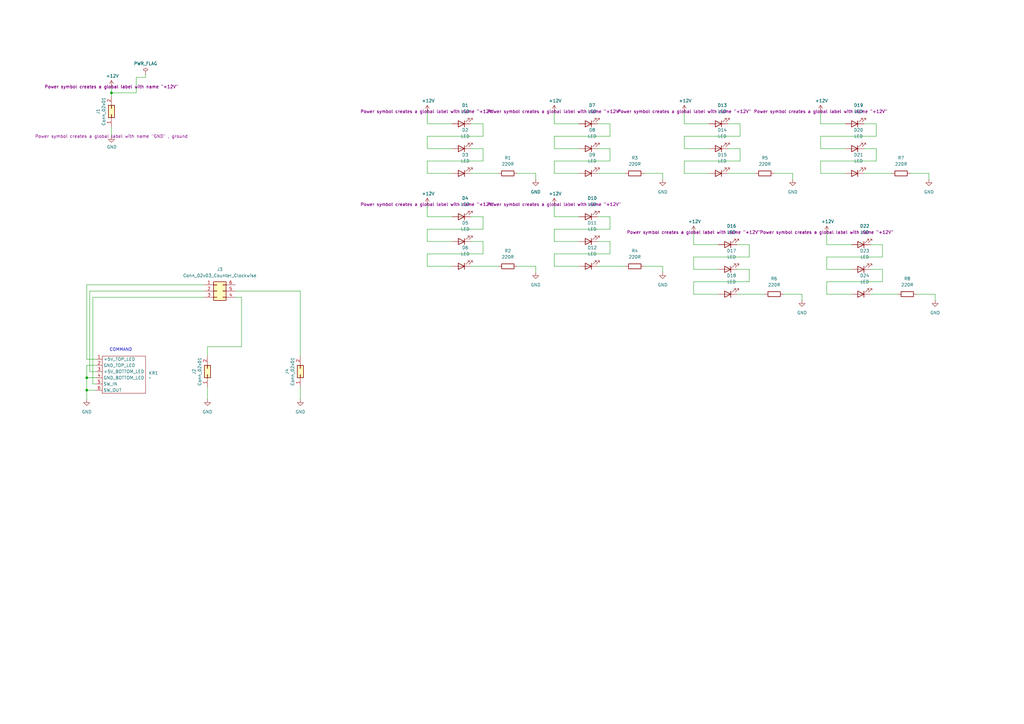
<source format=kicad_sch>
(kicad_sch (version 20250114) (generator "eeschema") (generator_version "9.0")
  (paper "A3")
  (lib_symbols
    (symbol "Connector_Generic:Conn_02x01" (pin_names (offset 1.016) (hide yes))
      (property "Reference" "J" (at 1.27 2.54 0))
      (property "Value" "Conn_02x01" (at 1.27 -2.54 0))
      (symbol "Conn_02x01_1_1"
        (rectangle (start -1.27 1.27) (end 3.81 -1.27) (stroke (width 0.254)) (fill (type background)))
        (rectangle (start -1.27 0.127) (end 0 -0.127) (stroke (width 0.1524)))
        (rectangle (start 3.81 0.127) (end 2.54 -0.127) (stroke (width 0.1524)))
        (pin passive line (at -5.08 0 0) (length 3.81) (name "Pin_1") (number "1"))
        (pin passive line (at 7.62 0 180) (length 3.81) (name "Pin_2") (number "2"))
      )
    )
    (symbol "Connector_Generic:Conn_02x03_Counter_Clockwise" (pin_names (offset 1.016) (hide yes))
      (property "Reference" "J" (at 1.27 5.08 0))
      (property "Value" "Conn_02x03_Counter_Clockwise" (at 1.27 -5.08 0))
      (symbol "Conn_02x03_Counter_Clockwise_1_1"
        (rectangle (start -1.27 3.81) (end 3.81 -3.81) (stroke (width 0.254)) (fill (type background)))
        (rectangle (start -1.27 2.667) (end 0 2.413) (stroke (width 0.1524)))
        (rectangle (start -1.27 0.127) (end 0 -0.127) (stroke (width 0.1524)))
        (rectangle (start -1.27 -2.413) (end 0 -2.667) (stroke (width 0.1524)))
        (rectangle (start 3.81 2.667) (end 2.54 2.413) (stroke (width 0.1524)))
        (rectangle (start 3.81 0.127) (end 2.54 -0.127) (stroke (width 0.1524)))
        (rectangle (start 3.81 -2.413) (end 2.54 -2.667) (stroke (width 0.1524)))
        (pin passive line (at -5.08 2.54 0) (length 3.81) (name "Pin_1") (number "1"))
        (pin passive line (at -5.08 0 0) (length 3.81) (name "Pin_2") (number "2"))
        (pin passive line (at -5.08 -2.54 0) (length 3.81) (name "Pin_3") (number "3"))
        (pin passive line (at 7.62 2.54 180) (length 3.81) (name "Pin_6") (number "6"))
        (pin passive line (at 7.62 0 180) (length 3.81) (name "Pin_5") (number "5"))
        (pin passive line (at 7.62 -2.54 180) (length 3.81) (name "Pin_4") (number "4"))
      )
    )
    (symbol "Device:LED" (pin_numbers (hide yes)) (pin_names (offset 1.016) (hide yes))
      (property "Reference" "D" (at 0 2.54 0))
      (property "Value" "LED" (at 0 -2.54 0))
      (symbol "LED_0_1"
        (polyline (pts (xy -3.048 -0.762) (xy -4.572 -2.286) (xy -3.81 -2.286) (xy -4.572 -2.286) (xy -4.572 -1.524)))
        (polyline (pts (xy -1.778 -0.762) (xy -3.302 -2.286) (xy -2.54 -2.286) (xy -3.302 -2.286) (xy -3.302 -1.524)))
        (polyline (pts (xy -1.27 0) (xy 1.27 0)))
        (polyline (pts (xy -1.27 -1.27) (xy -1.27 1.27)) (stroke (width 0.254)))
        (polyline (pts (xy 1.27 -1.27) (xy 1.27 1.27) (xy -1.27 0) (xy 1.27 -1.27)) (stroke (width 0.254)))
      )
      (symbol "LED_1_1"
        (pin passive line (at -3.81 0 0) (length 2.54) (name "K") (number "1"))
        (pin passive line (at 3.81 0 180) (length 2.54) (name "A") (number "2"))
      )
    )
    (symbol "Device:R" (pin_numbers (hide yes)) (pin_names (offset 0))
      (property "Reference" "R" (at 2.032 0 90))
      (property "Value" "R" (at 0 0 90))
      (symbol "R_0_1"
        (rectangle (start -1.016 -2.54) (end 1.016 2.54) (stroke (width 0.254)))
      )
      (symbol "R_1_1"
        (pin passive line (at 0 3.81 270) (length 1.27) (name "~") (number "1"))
        (pin passive line (at 0 -3.81 90) (length 1.27) (name "~") (number "2"))
      )
    )
    (symbol "KorrySwitch:Korry_Switch"
      (property "Reference" "KR" (at 12.7 -8.89 0))
      (symbol "Korry_Switch_0_1"
        (rectangle (start -7.62 -1.27) (end 10.16 -16.51))
      )
      (symbol "Korry_Switch_1_1"
        (pin input line (at -10.16 -2.54 0) (length 2.54) (name "+5V_TOP_LED") (number "1"))
        (pin input line (at -10.16 -5.08 0) (length 2.54) (name "GND_TOP_LED") (number "2"))
        (pin input line (at -10.16 -7.62 0) (length 2.54) (name "+5V_BOTTOM_LED") (number "3"))
        (pin input line (at -10.16 -10.16 0) (length 2.54) (name "GND_BOTTOM_LED") (number "4"))
        (pin input line (at -10.16 -12.7 0) (length 2.54) (name "SW_IN") (number "5"))
        (pin output line (at -10.16 -15.24 0) (length 2.54) (name "SW_OUT") (number "6"))
      )
    )
    (symbol "power:+12V" (power) (pin_numbers (hide yes)) (pin_names (offset 0) (hide yes))
      (property "Value" "+12V" (at 0 3.556 0))
      (symbol "+12V_0_1"
        (polyline (pts (xy -0.762 1.27) (xy 0 2.54)))
        (polyline (pts (xy 0 2.54) (xy 0.762 1.27)))
        (polyline (pts (xy 0 0) (xy 0 2.54)))
      )
      (symbol "+12V_1_1"
        (pin power_in line (at 0 0 90) (length 0) (name "~") (number "1"))
      )
    )
    (symbol "power:GND" (power) (pin_numbers (hide yes)) (pin_names (offset 0) (hide yes))
      (property "Value" "GND" (at 0 -3.81 0))
      (symbol "GND_0_1"
        (polyline (pts (xy 0 0) (xy 0 -1.27) (xy 1.27 -1.27) (xy 0 -2.54) (xy -1.27 -1.27) (xy 0 -1.27)))
      )
      (symbol "GND_1_1"
        (pin power_in line (at 0 0 270) (length 0) (name "~") (number "1"))
      )
    )
    (symbol "power:PWR_FLAG" (power) (pin_numbers (hide yes)) (pin_names (offset 0) (hide yes))
      (property "Value" "PWR_FLAG" (at 0 3.81 0))
      (symbol "PWR_FLAG_0_0"
        (pin power_out line (at 0 0 90) (length 0) (name "~") (number "1"))
      )
      (symbol "PWR_FLAG_0_1"
        (polyline (pts (xy 0 0) (xy 0 1.27) (xy -1.016 1.905) (xy 0 2.54) (xy 1.016 1.905) (xy 0 1.27)))
      )
    )
  )
  (text "COMMAND" (at 49.53 143.51 0) (effects (font (size 1.27 1.27))))
  (junction (at 45.72 38.1))
  (junction (at 35.56 160.02))
  (junction (at 35.56 154.94))
  (wire (pts (xy 227.33 50.8) (xy 237.49 50.8)))
  (wire (pts (xy 35.56 160.02) (xy 39.37 160.02)))
  (wire (pts (xy 339.09 120.65) (xy 339.09 115.57)))
  (wire (pts (xy 264.16 71.12) (xy 271.78 71.12)))
  (wire (pts (xy 336.55 50.8) (xy 346.71 50.8)))
  (wire (pts (xy 175.26 55.88) (xy 198.12 55.88)))
  (wire (pts (xy 280.67 66.04) (xy 303.53 66.04)))
  (wire (pts (xy 35.56 147.32) (xy 35.56 116.84)))
  (wire (pts (xy 280.67 60.96) (xy 280.67 55.88)))
  (wire (pts (xy 227.33 55.88) (xy 250.19 55.88)))
  (wire (pts (xy 35.56 154.94) (xy 39.37 154.94)))
  (wire (pts (xy 383.54 120.65) (xy 383.54 123.19)))
  (wire (pts (xy 227.33 99.06) (xy 227.33 93.98)))
  (wire (pts (xy 307.34 110.49) (xy 302.26 110.49)))
  (wire (pts (xy 175.26 50.8) (xy 185.42 50.8)))
  (wire (pts (xy 280.67 45.72) (xy 280.67 50.8)))
  (wire (pts (xy 303.53 50.8) (xy 298.45 50.8)))
  (wire (pts (xy 185.42 60.96) (xy 175.26 60.96)))
  (wire (pts (xy 294.64 110.49) (xy 284.48 110.49)))
  (wire (pts (xy 227.33 60.96) (xy 227.33 55.88)))
  (wire (pts (xy 219.71 71.12) (xy 219.71 73.66)))
  (wire (pts (xy 280.67 71.12) (xy 280.67 66.04)))
  (wire (pts (xy 336.55 55.88) (xy 359.41 55.88)))
  (wire (pts (xy 361.95 100.33) (xy 356.87 100.33)))
  (wire (pts (xy 175.26 93.98) (xy 198.12 93.98)))
  (wire (pts (xy 359.41 66.04) (xy 359.41 60.96)))
  (wire (pts (xy 123.19 158.75) (xy 123.19 163.83)))
  (wire (pts (xy 294.64 120.65) (xy 284.48 120.65)))
  (wire (pts (xy 250.19 55.88) (xy 250.19 50.8)))
  (wire (pts (xy 349.25 120.65) (xy 339.09 120.65)))
  (wire (pts (xy 45.72 38.1) (xy 45.72 39.37)))
  (wire (pts (xy 284.48 105.41) (xy 307.34 105.41)))
  (wire (pts (xy 35.56 163.83) (xy 35.56 160.02)))
  (wire (pts (xy 227.33 66.04) (xy 250.19 66.04)))
  (wire (pts (xy 175.26 60.96) (xy 175.26 55.88)))
  (wire (pts (xy 359.41 60.96) (xy 354.33 60.96)))
  (wire (pts (xy 85.09 142.24) (xy 85.09 146.05)))
  (wire (pts (xy 227.33 109.22) (xy 227.33 104.14)))
  (wire (pts (xy 237.49 71.12) (xy 227.33 71.12)))
  (wire (pts (xy 45.72 35.56) (xy 45.72 38.1)))
  (wire (pts (xy 45.72 52.07) (xy 45.72 55.88)))
  (wire (pts (xy 36.83 119.38) (xy 83.82 119.38)))
  (wire (pts (xy 175.26 45.72) (xy 175.26 50.8)))
  (wire (pts (xy 339.09 110.49) (xy 339.09 105.41)))
  (wire (pts (xy 198.12 93.98) (xy 198.12 88.9)))
  (wire (pts (xy 237.49 60.96) (xy 227.33 60.96)))
  (wire (pts (xy 175.26 83.82) (xy 175.26 88.9)))
  (wire (pts (xy 336.55 45.72) (xy 336.55 50.8)))
  (wire (pts (xy 193.04 109.22) (xy 204.47 109.22)))
  (wire (pts (xy 45.72 38.1) (xy 55.88 38.1)))
  (wire (pts (xy 237.49 99.06) (xy 227.33 99.06)))
  (wire (pts (xy 375.92 120.65) (xy 383.54 120.65)))
  (wire (pts (xy 39.37 147.32) (xy 35.56 147.32)))
  (wire (pts (xy 59.69 31.75) (xy 59.69 30.48)))
  (wire (pts (xy 123.19 119.38) (xy 123.19 146.05)))
  (wire (pts (xy 303.53 66.04) (xy 303.53 60.96)))
  (wire (pts (xy 227.33 71.12) (xy 227.33 66.04)))
  (wire (pts (xy 336.55 71.12) (xy 336.55 66.04)))
  (wire (pts (xy 250.19 88.9) (xy 245.11 88.9)))
  (wire (pts (xy 354.33 71.12) (xy 365.76 71.12)))
  (wire (pts (xy 96.52 121.92) (xy 99.06 121.92)))
  (wire (pts (xy 185.42 109.22) (xy 175.26 109.22)))
  (wire (pts (xy 250.19 50.8) (xy 245.11 50.8)))
  (wire (pts (xy 198.12 50.8) (xy 193.04 50.8)))
  (wire (pts (xy 175.26 66.04) (xy 198.12 66.04)))
  (wire (pts (xy 302.26 120.65) (xy 313.69 120.65)))
  (wire (pts (xy 35.56 160.02) (xy 35.56 154.94)))
  (wire (pts (xy 336.55 66.04) (xy 359.41 66.04)))
  (wire (pts (xy 250.19 66.04) (xy 250.19 60.96)))
  (wire (pts (xy 325.12 71.12) (xy 325.12 73.66)))
  (wire (pts (xy 227.33 93.98) (xy 250.19 93.98)))
  (wire (pts (xy 250.19 104.14) (xy 250.19 99.06)))
  (wire (pts (xy 307.34 100.33) (xy 302.26 100.33)))
  (wire (pts (xy 185.42 71.12) (xy 175.26 71.12)))
  (wire (pts (xy 99.06 121.92) (xy 99.06 142.24)))
  (wire (pts (xy 373.38 71.12) (xy 381 71.12)))
  (wire (pts (xy 175.26 99.06) (xy 175.26 93.98)))
  (wire (pts (xy 284.48 120.65) (xy 284.48 115.57)))
  (wire (pts (xy 361.95 115.57) (xy 361.95 110.49)))
  (wire (pts (xy 264.16 109.22) (xy 271.78 109.22)))
  (wire (pts (xy 55.88 31.75) (xy 59.69 31.75)))
  (wire (pts (xy 250.19 93.98) (xy 250.19 88.9)))
  (wire (pts (xy 36.83 152.4) (xy 36.83 119.38)))
  (wire (pts (xy 35.56 149.86) (xy 39.37 149.86)))
  (wire (pts (xy 328.93 120.65) (xy 328.93 123.19)))
  (wire (pts (xy 307.34 115.57) (xy 307.34 110.49)))
  (wire (pts (xy 339.09 95.25) (xy 339.09 100.33)))
  (wire (pts (xy 175.26 88.9) (xy 185.42 88.9)))
  (wire (pts (xy 99.06 142.24) (xy 85.09 142.24)))
  (wire (pts (xy 212.09 71.12) (xy 219.71 71.12)))
  (wire (pts (xy 250.19 99.06) (xy 245.11 99.06)))
  (wire (pts (xy 280.67 50.8) (xy 290.83 50.8)))
  (wire (pts (xy 361.95 110.49) (xy 356.87 110.49)))
  (wire (pts (xy 198.12 104.14) (xy 198.12 99.06)))
  (wire (pts (xy 339.09 105.41) (xy 361.95 105.41)))
  (wire (pts (xy 175.26 71.12) (xy 175.26 66.04)))
  (wire (pts (xy 349.25 110.49) (xy 339.09 110.49)))
  (wire (pts (xy 245.11 109.22) (xy 256.54 109.22)))
  (wire (pts (xy 83.82 121.92) (xy 38.1 121.92)))
  (wire (pts (xy 39.37 152.4) (xy 36.83 152.4)))
  (wire (pts (xy 237.49 109.22) (xy 227.33 109.22)))
  (wire (pts (xy 198.12 99.06) (xy 193.04 99.06)))
  (wire (pts (xy 185.42 99.06) (xy 175.26 99.06)))
  (wire (pts (xy 175.26 109.22) (xy 175.26 104.14)))
  (wire (pts (xy 38.1 121.92) (xy 38.1 157.48)))
  (wire (pts (xy 307.34 105.41) (xy 307.34 100.33)))
  (wire (pts (xy 356.87 120.65) (xy 368.3 120.65)))
  (wire (pts (xy 271.78 109.22) (xy 271.78 111.76)))
  (wire (pts (xy 227.33 88.9) (xy 237.49 88.9)))
  (wire (pts (xy 336.55 60.96) (xy 336.55 55.88)))
  (wire (pts (xy 381 71.12) (xy 381 73.66)))
  (wire (pts (xy 212.09 109.22) (xy 219.71 109.22)))
  (wire (pts (xy 55.88 38.1) (xy 55.88 31.75)))
  (wire (pts (xy 303.53 55.88) (xy 303.53 50.8)))
  (wire (pts (xy 284.48 110.49) (xy 284.48 105.41)))
  (wire (pts (xy 85.09 158.75) (xy 85.09 163.83)))
  (wire (pts (xy 198.12 55.88) (xy 198.12 50.8)))
  (wire (pts (xy 284.48 115.57) (xy 307.34 115.57)))
  (wire (pts (xy 227.33 104.14) (xy 250.19 104.14)))
  (wire (pts (xy 339.09 115.57) (xy 361.95 115.57)))
  (wire (pts (xy 317.5 71.12) (xy 325.12 71.12)))
  (wire (pts (xy 303.53 60.96) (xy 298.45 60.96)))
  (wire (pts (xy 227.33 45.72) (xy 227.33 50.8)))
  (wire (pts (xy 219.71 109.22) (xy 219.71 111.76)))
  (wire (pts (xy 284.48 95.25) (xy 284.48 100.33)))
  (wire (pts (xy 321.31 120.65) (xy 328.93 120.65)))
  (wire (pts (xy 227.33 83.82) (xy 227.33 88.9)))
  (wire (pts (xy 346.71 71.12) (xy 336.55 71.12)))
  (wire (pts (xy 339.09 100.33) (xy 349.25 100.33)))
  (wire (pts (xy 198.12 66.04) (xy 198.12 60.96)))
  (wire (pts (xy 193.04 71.12) (xy 204.47 71.12)))
  (wire (pts (xy 346.71 60.96) (xy 336.55 60.96)))
  (wire (pts (xy 284.48 100.33) (xy 294.64 100.33)))
  (wire (pts (xy 35.56 116.84) (xy 83.82 116.84)))
  (wire (pts (xy 298.45 71.12) (xy 309.88 71.12)))
  (wire (pts (xy 35.56 154.94) (xy 35.56 149.86)))
  (wire (pts (xy 290.83 71.12) (xy 280.67 71.12)))
  (wire (pts (xy 198.12 88.9) (xy 193.04 88.9)))
  (wire (pts (xy 175.26 104.14) (xy 198.12 104.14)))
  (wire (pts (xy 359.41 55.88) (xy 359.41 50.8)))
  (wire (pts (xy 96.52 119.38) (xy 123.19 119.38)))
  (wire (pts (xy 38.1 157.48) (xy 39.37 157.48)))
  (wire (pts (xy 359.41 50.8) (xy 354.33 50.8)))
  (wire (pts (xy 250.19 60.96) (xy 245.11 60.96)))
  (wire (pts (xy 198.12 60.96) (xy 193.04 60.96)))
  (wire (pts (xy 245.11 71.12) (xy 256.54 71.12)))
  (wire (pts (xy 361.95 105.41) (xy 361.95 100.33)))
  (wire (pts (xy 290.83 60.96) (xy 280.67 60.96)))
  (wire (pts (xy 271.78 71.12) (xy 271.78 73.66)))
  (wire (pts (xy 280.67 55.88) (xy 303.53 55.88)))
  (symbol (lib_id "Connector_Generic:Conn_02x01") (at 45.72 46.99 90) (unit 1)
    (property "Reference" "J1" (at 40.2082 45.72 0))
    (property "Value" "Conn_02x01" (at 42.5196 45.72 0))
    (property "Footprint" "TerminalBlock:TerminalBlock_bornier-2_P5.08mm" (effects (hide yes)))
    (property "Description" "Generic connector, double row, 02x01, this symbol is compatible with counter-clockwise, top-bottom and odd-even numbering schemes., script generated (kicad-library-utils/schlib/autogen/connector/)" (effects (hide yes)))
  )
  (symbol (lib_id "power:GND") (at 45.72 55.88 0) (unit 1)
    (property "Reference" "#PWR03" (effects (hide yes)))
    (property "Value" "GND" (at 45.847 60.2742 0))
    (property "Description" "Power symbol creates a global label with name \"GND\" , ground" (at 45.72 55.88 0))
  )
  (symbol (lib_id "power:+12V") (at 45.72 35.56 0) (unit 1)
    (property "Reference" "#PWR02" (effects (hide yes)))
    (property "Value" "+12V" (at 46.101 31.1658 0))
    (property "Description" "Power symbol creates a global label with name \"+12V\"" (at 45.72 35.56 0))
  )
  (symbol (lib_id "power:PWR_FLAG") (at 59.69 30.48 0) (unit 1)
    (property "Reference" "#FLG01" (effects (hide yes)))
    (property "Value" "PWR_FLAG" (at 59.69 26.0858 0))
  )
  (symbol (lib_id "power:+12V") (at 227.33 45.72 0) (unit 1)
    (property "Reference" "#PWR010" (effects (hide yes)))
    (property "Value" "+12V" (at 227.711 41.3258 0))
    (property "Description" "Power symbol creates a global label with name \"+12V\"" (at 227.33 45.72 0))
  )
  (symbol (lib_id "Device:LED") (at 189.23 99.06 180) (unit 1)
    (property "Reference" "D5" (at 190.8175 91.44 0))
    (property "Value" "LED" (at 190.8175 93.98 0))
    (property "Footprint" "OpenA3XX:LED_Everlight-SMD3528_3.5x2.8mm_67-21ST" (effects (hide yes)))
    (property "Description" "Light emitting diode" (effects (hide yes)))
    (property "Sim.Pins" "1=K 2=A" (effects (hide yes)))
  )
  (symbol (lib_id "Device:LED") (at 350.52 71.12 180) (unit 1)
    (property "Reference" "D21" (at 352.1075 63.5 0))
    (property "Value" "LED" (at 352.1075 66.04 0))
    (property "Footprint" "OpenA3XX:LED_Everlight-SMD3528_3.5x2.8mm_67-21ST" (effects (hide yes)))
    (property "Description" "Light emitting diode" (effects (hide yes)))
    (property "Sim.Pins" "1=K 2=A" (effects (hide yes)))
  )
  (symbol (lib_id "Device:LED") (at 298.45 100.33 180) (unit 1)
    (property "Reference" "D16" (at 300.0375 92.71 0))
    (property "Value" "LED" (at 300.0375 95.25 0))
    (property "Footprint" "OpenA3XX:LED_Everlight-SMD3528_3.5x2.8mm_67-21ST" (effects (hide yes)))
    (property "Description" "Light emitting diode" (effects (hide yes)))
    (property "Sim.Pins" "1=K 2=A" (effects (hide yes)))
  )
  (symbol (lib_id "Device:LED") (at 298.45 110.49 180) (unit 1)
    (property "Reference" "D17" (at 300.0375 102.87 0))
    (property "Value" "LED" (at 300.0375 105.41 0))
    (property "Footprint" "OpenA3XX:LED_Everlight-SMD3528_3.5x2.8mm_67-21ST" (effects (hide yes)))
    (property "Description" "Light emitting diode" (effects (hide yes)))
    (property "Sim.Pins" "1=K 2=A" (effects (hide yes)))
  )
  (symbol (lib_id "Device:LED") (at 189.23 109.22 180) (unit 1)
    (property "Reference" "D6" (at 190.8175 101.6 0))
    (property "Value" "LED" (at 190.8175 104.14 0))
    (property "Footprint" "OpenA3XX:LED_Everlight-SMD3528_3.5x2.8mm_67-21ST" (effects (hide yes)))
    (property "Description" "Light emitting diode" (effects (hide yes)))
    (property "Sim.Pins" "1=K 2=A" (effects (hide yes)))
  )
  (symbol (lib_id "power:GND") (at 85.09 163.83 0) (unit 1)
    (property "Reference" "#PWR04" (effects (hide yes)))
    (property "Value" "GND" (at 85.09 168.91 0))
    (property "Description" "Power symbol creates a global label with name \"GND\" , ground" (effects (hide yes)))
  )
  (symbol (lib_id "Device:LED") (at 294.64 60.96 180) (unit 1)
    (property "Reference" "D14" (at 296.2275 53.34 0))
    (property "Value" "LED" (at 296.2275 55.88 0))
    (property "Footprint" "OpenA3XX:LED_Everlight-SMD3528_3.5x2.8mm_67-21ST" (effects (hide yes)))
    (property "Description" "Light emitting diode" (effects (hide yes)))
    (property "Sim.Pins" "1=K 2=A" (effects (hide yes)))
  )
  (symbol (lib_id "Device:R") (at 208.28 71.12 90) (unit 1)
    (property "Reference" "R1" (at 208.28 64.77 90))
    (property "Value" "220R" (at 208.28 67.31 90))
    (property "Footprint" "Resistor_SMD:R_1206_3216Metric_Pad1.30x1.75mm_HandSolder" (effects (hide yes)))
    (property "Description" "Resistor" (effects (hide yes)))
  )
  (symbol (lib_id "Device:LED") (at 350.52 60.96 180) (unit 1)
    (property "Reference" "D20" (at 352.1075 53.34 0))
    (property "Value" "LED" (at 352.1075 55.88 0))
    (property "Footprint" "OpenA3XX:LED_Everlight-SMD3528_3.5x2.8mm_67-21ST" (effects (hide yes)))
    (property "Description" "Light emitting diode" (effects (hide yes)))
    (property "Sim.Pins" "1=K 2=A" (effects (hide yes)))
  )
  (symbol (lib_id "Device:R") (at 317.5 120.65 90) (unit 1)
    (property "Reference" "R6" (at 317.5 114.3 90))
    (property "Value" "220R" (at 317.5 116.84 90))
    (property "Footprint" "Resistor_SMD:R_1206_3216Metric_Pad1.30x1.75mm_HandSolder" (effects (hide yes)))
    (property "Description" "Resistor" (effects (hide yes)))
  )
  (symbol (lib_id "Device:LED") (at 353.06 100.33 180) (unit 1)
    (property "Reference" "D22" (at 354.6475 92.71 0))
    (property "Value" "LED" (at 354.6475 95.25 0))
    (property "Footprint" "OpenA3XX:LED_Everlight-SMD3528_3.5x2.8mm_67-21ST" (effects (hide yes)))
    (property "Description" "Light emitting diode" (effects (hide yes)))
    (property "Sim.Pins" "1=K 2=A" (effects (hide yes)))
  )
  (symbol (lib_id "power:+12V") (at 336.55 45.72 0) (unit 1)
    (property "Reference" "#PWR018" (effects (hide yes)))
    (property "Value" "+12V" (at 336.931 41.3258 0))
    (property "Description" "Power symbol creates a global label with name \"+12V\"" (at 336.55 45.72 0))
  )
  (symbol (lib_id "Connector_Generic:Conn_02x01") (at 123.19 153.67 90) (unit 1)
    (property "Reference" "J4" (at 117.6782 152.4 0))
    (property "Value" "Conn_02x01" (at 119.9896 152.4 0))
    (property "Footprint" "Connector_PinHeader_2.54mm:PinHeader_1x02_P2.54mm_Vertical" (effects (hide yes)))
    (property "Description" "Generic connector, double row, 02x01, this symbol is compatible with counter-clockwise, top-bottom and odd-even numbering schemes., script generated (kicad-library-utils/schlib/autogen/connector/)" (effects (hide yes)))
  )
  (symbol (lib_id "Device:LED") (at 294.64 71.12 180) (unit 1)
    (property "Reference" "D15" (at 296.2275 63.5 0))
    (property "Value" "LED" (at 296.2275 66.04 0))
    (property "Footprint" "OpenA3XX:LED_Everlight-SMD3528_3.5x2.8mm_67-21ST" (effects (hide yes)))
    (property "Description" "Light emitting diode" (effects (hide yes)))
    (property "Sim.Pins" "1=K 2=A" (effects (hide yes)))
  )
  (symbol (lib_id "Device:LED") (at 241.3 50.8 180) (unit 1)
    (property "Reference" "D7" (at 242.8875 43.18 0))
    (property "Value" "LED" (at 242.8875 45.72 0))
    (property "Footprint" "OpenA3XX:LED_Everlight-SMD3528_3.5x2.8mm_67-21ST" (effects (hide yes)))
    (property "Description" "Light emitting diode" (effects (hide yes)))
    (property "Sim.Pins" "1=K 2=A" (effects (hide yes)))
  )
  (symbol (lib_id "power:GND") (at 219.71 111.76 0) (unit 1)
    (property "Reference" "#PWR09" (effects (hide yes)))
    (property "Value" "GND" (at 219.71 116.84 0))
    (property "Description" "Power symbol creates a global label with name \"GND\" , ground" (effects (hide yes)))
  )
  (symbol (lib_id "Device:LED") (at 353.06 110.49 180) (unit 1)
    (property "Reference" "D23" (at 354.6475 102.87 0))
    (property "Value" "LED" (at 354.6475 105.41 0))
    (property "Footprint" "OpenA3XX:LED_Everlight-SMD3528_3.5x2.8mm_67-21ST" (effects (hide yes)))
    (property "Description" "Light emitting diode" (effects (hide yes)))
    (property "Sim.Pins" "1=K 2=A" (effects (hide yes)))
  )
  (symbol (lib_id "Device:R") (at 369.57 71.12 90) (unit 1)
    (property "Reference" "R7" (at 369.57 64.77 90))
    (property "Value" "220R" (at 369.57 67.31 90))
    (property "Footprint" "Resistor_SMD:R_1206_3216Metric_Pad1.30x1.75mm_HandSolder" (effects (hide yes)))
    (property "Description" "Resistor" (effects (hide yes)))
  )
  (symbol (lib_id "power:+12V") (at 280.67 45.72 0) (unit 1)
    (property "Reference" "#PWR014" (effects (hide yes)))
    (property "Value" "+12V" (at 281.051 41.3258 0))
    (property "Description" "Power symbol creates a global label with name \"+12V\"" (at 280.67 45.72 0))
  )
  (symbol (lib_id "Connector_Generic:Conn_02x03_Counter_Clockwise") (at 88.9 119.38 0) (unit 1)
    (property "Reference" "J3" (at 90.17 110.49 0))
    (property "Value" "Conn_02x03_Counter_Clockwise" (at 90.17 113.03 0))
    (property "Footprint" "Connector_PinHeader_2.54mm:PinHeader_2x03_P2.54mm_Vertical" (effects (hide yes)))
    (property "Description" "Generic connector, double row, 02x03, counter clockwise pin numbering scheme (similar to DIP package numbering), script generated (kicad-library-utils/schlib/autogen/connector/)" (effects (hide yes)))
  )
  (symbol (lib_id "Device:R") (at 208.28 109.22 90) (unit 1)
    (property "Reference" "R2" (at 208.28 102.87 90))
    (property "Value" "220R" (at 208.28 105.41 90))
    (property "Footprint" "Resistor_SMD:R_1206_3216Metric_Pad1.30x1.75mm_HandSolder" (effects (hide yes)))
    (property "Description" "Resistor" (effects (hide yes)))
  )
  (symbol (lib_id "power:GND") (at 383.54 123.19 0) (unit 1)
    (property "Reference" "#PWR021" (effects (hide yes)))
    (property "Value" "GND" (at 383.54 128.27 0))
    (property "Description" "Power symbol creates a global label with name \"GND\" , ground" (effects (hide yes)))
  )
  (symbol (lib_id "power:+12V") (at 227.33 83.82 0) (unit 1)
    (property "Reference" "#PWR011" (effects (hide yes)))
    (property "Value" "+12V" (at 227.711 79.4258 0))
    (property "Description" "Power symbol creates a global label with name \"+12V\"" (at 227.33 83.82 0))
  )
  (symbol (lib_id "power:+12V") (at 175.26 45.72 0) (unit 1)
    (property "Reference" "#PWR06" (effects (hide yes)))
    (property "Value" "+12V" (at 175.641 41.3258 0))
    (property "Description" "Power symbol creates a global label with name \"+12V\"" (at 175.26 45.72 0))
  )
  (symbol (lib_id "Device:LED") (at 241.3 71.12 180) (unit 1)
    (property "Reference" "D9" (at 242.8875 63.5 0))
    (property "Value" "LED" (at 242.8875 66.04 0))
    (property "Footprint" "OpenA3XX:LED_Everlight-SMD3528_3.5x2.8mm_67-21ST" (effects (hide yes)))
    (property "Description" "Light emitting diode" (effects (hide yes)))
    (property "Sim.Pins" "1=K 2=A" (effects (hide yes)))
  )
  (symbol (lib_id "power:GND") (at 219.71 73.66 0) (unit 1)
    (property "Reference" "#PWR08" (effects (hide yes)))
    (property "Value" "GND" (at 219.71 78.74 0))
    (property "Description" "Power symbol creates a global label with name \"GND\" , ground" (effects (hide yes)))
  )
  (symbol (lib_id "power:GND") (at 123.19 163.83 0) (unit 1)
    (property "Reference" "#PWR05" (effects (hide yes)))
    (property "Value" "GND" (at 123.19 168.91 0))
    (property "Description" "Power symbol creates a global label with name \"GND\" , ground" (effects (hide yes)))
  )
  (symbol (lib_id "Device:LED") (at 353.06 120.65 180) (unit 1)
    (property "Reference" "D24" (at 354.6475 113.03 0))
    (property "Value" "LED" (at 354.6475 115.57 0))
    (property "Footprint" "OpenA3XX:LED_Everlight-SMD3528_3.5x2.8mm_67-21ST" (effects (hide yes)))
    (property "Description" "Light emitting diode" (effects (hide yes)))
    (property "Sim.Pins" "1=K 2=A" (effects (hide yes)))
  )
  (symbol (lib_id "Device:R") (at 313.69 71.12 90) (unit 1)
    (property "Reference" "R5" (at 313.69 64.77 90))
    (property "Value" "220R" (at 313.69 67.31 90))
    (property "Footprint" "Resistor_SMD:R_1206_3216Metric_Pad1.30x1.75mm_HandSolder" (effects (hide yes)))
    (property "Description" "Resistor" (effects (hide yes)))
  )
  (symbol (lib_id "power:+12V") (at 175.26 83.82 0) (unit 1)
    (property "Reference" "#PWR07" (effects (hide yes)))
    (property "Value" "+12V" (at 175.641 79.4258 0))
    (property "Description" "Power symbol creates a global label with name \"+12V\"" (at 175.26 83.82 0))
  )
  (symbol (lib_id "Device:LED") (at 350.52 50.8 180) (unit 1)
    (property "Reference" "D19" (at 352.1075 43.18 0))
    (property "Value" "LED" (at 352.1075 45.72 0))
    (property "Footprint" "OpenA3XX:LED_Everlight-SMD3528_3.5x2.8mm_67-21ST" (effects (hide yes)))
    (property "Description" "Light emitting diode" (effects (hide yes)))
    (property "Sim.Pins" "1=K 2=A" (effects (hide yes)))
  )
  (symbol (lib_id "power:GND") (at 35.56 163.83 0) (unit 1)
    (property "Reference" "#PWR01" (effects (hide yes)))
    (property "Value" "GND" (at 35.56 168.91 0))
    (property "Description" "Power symbol creates a global label with name \"GND\" , ground" (effects (hide yes)))
  )
  (symbol (lib_id "Connector_Generic:Conn_02x01") (at 85.09 153.67 90) (unit 1)
    (property "Reference" "J2" (at 79.5782 152.4 0))
    (property "Value" "Conn_02x01" (at 81.8896 152.4 0))
    (property "Footprint" "Connector_PinHeader_2.54mm:PinHeader_1x02_P2.54mm_Vertical" (effects (hide yes)))
    (property "Description" "Generic connector, double row, 02x01, this symbol is compatible with counter-clockwise, top-bottom and odd-even numbering schemes., script generated (kicad-library-utils/schlib/autogen/connector/)" (effects (hide yes)))
  )
  (symbol (lib_id "power:+12V") (at 284.48 95.25 0) (unit 1)
    (property "Reference" "#PWR015" (effects (hide yes)))
    (property "Value" "+12V" (at 284.861 90.8558 0))
    (property "Description" "Power symbol creates a global label with name \"+12V\"" (at 284.48 95.25 0))
  )
  (symbol (lib_id "Device:LED") (at 294.64 50.8 180) (unit 1)
    (property "Reference" "D13" (at 296.2275 43.18 0))
    (property "Value" "LED" (at 296.2275 45.72 0))
    (property "Footprint" "OpenA3XX:LED_Everlight-SMD3528_3.5x2.8mm_67-21ST" (effects (hide yes)))
    (property "Description" "Light emitting diode" (effects (hide yes)))
    (property "Sim.Pins" "1=K 2=A" (effects (hide yes)))
  )
  (symbol (lib_id "Device:R") (at 260.35 109.22 90) (unit 1)
    (property "Reference" "R4" (at 260.35 102.87 90))
    (property "Value" "220R" (at 260.35 105.41 90))
    (property "Footprint" "Resistor_SMD:R_1206_3216Metric_Pad1.30x1.75mm_HandSolder" (effects (hide yes)))
    (property "Description" "Resistor" (effects (hide yes)))
  )
  (symbol (lib_id "power:GND") (at 328.93 123.19 0) (unit 1)
    (property "Reference" "#PWR017" (effects (hide yes)))
    (property "Value" "GND" (at 328.93 128.27 0))
    (property "Description" "Power symbol creates a global label with name \"GND\" , ground" (effects (hide yes)))
  )
  (symbol (lib_id "Device:LED") (at 189.23 50.8 180) (unit 1)
    (property "Reference" "D1" (at 190.8175 43.18 0))
    (property "Value" "LED" (at 190.8175 45.72 0))
    (property "Footprint" "OpenA3XX:LED_Everlight-SMD3528_3.5x2.8mm_67-21ST" (effects (hide yes)))
    (property "Description" "Light emitting diode" (effects (hide yes)))
    (property "Sim.Pins" "1=K 2=A" (effects (hide yes)))
  )
  (symbol (lib_id "Device:LED") (at 189.23 60.96 180) (unit 1)
    (property "Reference" "D2" (at 190.8175 53.34 0))
    (property "Value" "LED" (at 190.8175 55.88 0))
    (property "Footprint" "OpenA3XX:LED_Everlight-SMD3528_3.5x2.8mm_67-21ST" (effects (hide yes)))
    (property "Description" "Light emitting diode" (effects (hide yes)))
    (property "Sim.Pins" "1=K 2=A" (effects (hide yes)))
  )
  (symbol (lib_id "Device:LED") (at 189.23 88.9 180) (unit 1)
    (property "Reference" "D4" (at 190.8175 81.28 0))
    (property "Value" "LED" (at 190.8175 83.82 0))
    (property "Footprint" "OpenA3XX:LED_Everlight-SMD3528_3.5x2.8mm_67-21ST" (effects (hide yes)))
    (property "Description" "Light emitting diode" (effects (hide yes)))
    (property "Sim.Pins" "1=K 2=A" (effects (hide yes)))
  )
  (symbol (lib_id "Device:LED") (at 241.3 99.06 180) (unit 1)
    (property "Reference" "D11" (at 242.8875 91.44 0))
    (property "Value" "LED" (at 242.8875 93.98 0))
    (property "Footprint" "OpenA3XX:LED_Everlight-SMD3528_3.5x2.8mm_67-21ST" (effects (hide yes)))
    (property "Description" "Light emitting diode" (effects (hide yes)))
    (property "Sim.Pins" "1=K 2=A" (effects (hide yes)))
  )
  (symbol (lib_id "Device:LED") (at 298.45 120.65 180) (unit 1)
    (property "Reference" "D18" (at 300.0375 113.03 0))
    (property "Value" "LED" (at 300.0375 115.57 0))
    (property "Footprint" "OpenA3XX:LED_Everlight-SMD3528_3.5x2.8mm_67-21ST" (effects (hide yes)))
    (property "Description" "Light emitting diode" (effects (hide yes)))
    (property "Sim.Pins" "1=K 2=A" (effects (hide yes)))
  )
  (symbol (lib_id "Device:LED") (at 241.3 109.22 180) (unit 1)
    (property "Reference" "D12" (at 242.8875 101.6 0))
    (property "Value" "LED" (at 242.8875 104.14 0))
    (property "Footprint" "OpenA3XX:LED_Everlight-SMD3528_3.5x2.8mm_67-21ST" (effects (hide yes)))
    (property "Description" "Light emitting diode" (effects (hide yes)))
    (property "Sim.Pins" "1=K 2=A" (effects (hide yes)))
  )
  (symbol (lib_id "Device:LED") (at 241.3 88.9 180) (unit 1)
    (property "Reference" "D10" (at 242.8875 81.28 0))
    (property "Value" "LED" (at 242.8875 83.82 0))
    (property "Footprint" "OpenA3XX:LED_Everlight-SMD3528_3.5x2.8mm_67-21ST" (effects (hide yes)))
    (property "Description" "Light emitting diode" (effects (hide yes)))
    (property "Sim.Pins" "1=K 2=A" (effects (hide yes)))
  )
  (symbol (lib_id "Device:R") (at 372.11 120.65 90) (unit 1)
    (property "Reference" "R8" (at 372.11 114.3 90))
    (property "Value" "220R" (at 372.11 116.84 90))
    (property "Footprint" "Resistor_SMD:R_1206_3216Metric_Pad1.30x1.75mm_HandSolder" (effects (hide yes)))
    (property "Description" "Resistor" (effects (hide yes)))
  )
  (symbol (lib_id "power:GND") (at 271.78 111.76 0) (unit 1)
    (property "Reference" "#PWR013" (effects (hide yes)))
    (property "Value" "GND" (at 271.78 116.84 0))
    (property "Description" "Power symbol creates a global label with name \"GND\" , ground" (effects (hide yes)))
  )
  (symbol (lib_id "power:GND") (at 271.78 73.66 0) (unit 1)
    (property "Reference" "#PWR012" (effects (hide yes)))
    (property "Value" "GND" (at 271.78 78.74 0))
    (property "Description" "Power symbol creates a global label with name \"GND\" , ground" (effects (hide yes)))
  )
  (symbol (lib_id "power:GND") (at 381 73.66 0) (unit 1)
    (property "Reference" "#PWR019" (effects (hide yes)))
    (property "Value" "GND" (at 381 78.74 0))
    (property "Description" "Power symbol creates a global label with name \"GND\" , ground" (effects (hide yes)))
  )
  (symbol (lib_id "KorrySwitch:Korry_Switch") (at 49.53 144.78 0) (unit 1)
    (property "Reference" "KR1" (at 60.96 153.0349 0) (effects (justify left)))
    (property "Value" "~" (at 60.96 154.94 0) (effects (justify left)))
    (property "Footprint" "OpenA3XX:Korry Switch" (effects (hide yes)))
  )
  (symbol (lib_id "Device:R") (at 260.35 71.12 90) (unit 1)
    (property "Reference" "R3" (at 260.35 64.77 90))
    (property "Value" "220R" (at 260.35 67.31 90))
    (property "Footprint" "Resistor_SMD:R_1206_3216Metric_Pad1.30x1.75mm_HandSolder" (effects (hide yes)))
    (property "Description" "Resistor" (effects (hide yes)))
  )
  (symbol (lib_id "power:+12V") (at 339.09 95.25 0) (unit 1)
    (property "Reference" "#PWR020" (effects (hide yes)))
    (property "Value" "+12V" (at 339.471 90.8558 0))
    (property "Description" "Power symbol creates a global label with name \"+12V\"" (at 339.09 95.25 0))
  )
  (symbol (lib_id "Device:LED") (at 189.23 71.12 180) (unit 1)
    (property "Reference" "D3" (at 190.8175 63.5 0))
    (property "Value" "LED" (at 190.8175 66.04 0))
    (property "Footprint" "OpenA3XX:LED_Everlight-SMD3528_3.5x2.8mm_67-21ST" (effects (hide yes)))
    (property "Description" "Light emitting diode" (effects (hide yes)))
    (property "Sim.Pins" "1=K 2=A" (effects (hide yes)))
  )
  (symbol (lib_id "power:GND") (at 325.12 73.66 0) (unit 1)
    (property "Reference" "#PWR016" (effects (hide yes)))
    (property "Value" "GND" (at 325.12 78.74 0))
    (property "Description" "Power symbol creates a global label with name \"GND\" , ground" (effects (hide yes)))
  )
  (symbol (lib_id "Device:LED") (at 241.3 60.96 180) (unit 1)
    (property "Reference" "D8" (at 242.8875 53.34 0))
    (property "Value" "LED" (at 242.8875 55.88 0))
    (property "Footprint" "OpenA3XX:LED_Everlight-SMD3528_3.5x2.8mm_67-21ST" (effects (hide yes)))
    (property "Description" "Light emitting diode" (effects (hide yes)))
    (property "Sim.Pins" "1=K 2=A" (effects (hide yes)))
  )
)
</source>
